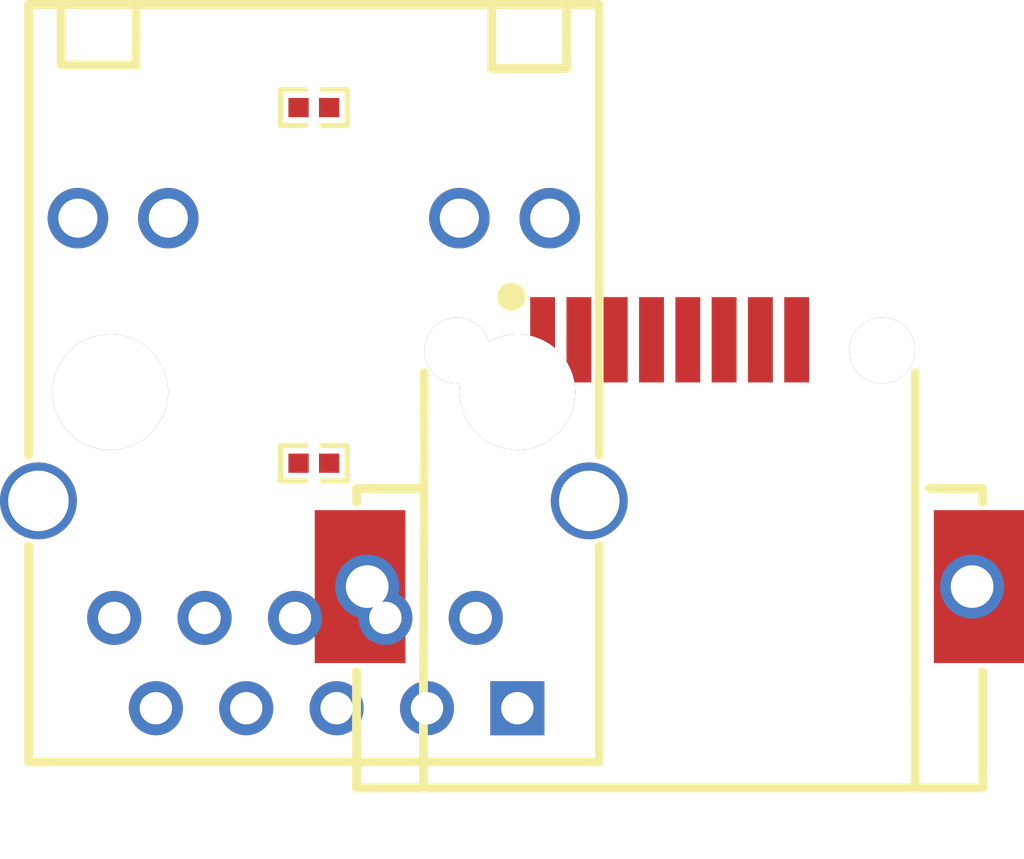
<source format=kicad_pcb>
(kicad_pcb (version 20241229) (generator "atopile") (generator_version "0.12.0")
  (layers (0 "F.Cu" signal) (31 "B.Cu" signal) (34 "B.Paste" user) (35 "F.Paste" user) (36 "B.SilkS" user "B.Silkscreen") (37 "F.SilkS" user "F.Silkscreen") (38 "B.Mask" user) (39 "F.Mask" user) (44 "Edge.Cuts" user))
  (net 0 "")
  (net 1 "rj45_horizontal-ethernet-ETH_P2_P")
  (net 2 "rj45_vertical-ethernet-ETH_P0_P")
  (net 3 "rj45_vertical-ethernet-ETH_P3_N")
  (net 4 "rj45_vertical-ethernet-ETH_P2_P")
  (net 5 "P1")
  (net 6 "rj45_horizontal-ethernet-ETH_P1_N")
  (net 7 "rj45_horizontal-ethernet-ETH_P1_P")
  (net 8 "rj45_vertical-ethernet-ETH_P0_N")
  (net 9 "rj45_vertical-ethernet-ETH_P1_N")
  (net 10 "rj45_horizontal-ethernet-ETH_P3_N")
  (net 11 "rj45_horizontal-ethernet-ETH_P0_P")
  (net 13 "rj45_vertical-ethernet-ETH_P1_P")
  (net 14 "rj45_horizontal-ethernet-ETH_P2_N")
  (net 16 "rj45_horizontal-ethernet-ETH_P3_P")
  (net 17 "footprint-net-0")
  (net 19 "footprint-net-1")
  (net 20 "rj45_horizontal-ethernet-ETH_P0_N")
  (net 21 "rj45_vertical-ethernet-ETH_P2_N")
  (net 22 "rj45_vertical-ethernet-ETH_P3_P")
  (net 24 "P10")
  (net 26 "GND")
  (net 12 "ETH_LED_LINK")
  (net 18 "_14")
  (net 25 "_11")
  (net 27 "ETH_LED_SPEED")
  (footprint "HANRUN_HR911130A:RJ45-TH_HR911130A" (layer "F.Cu") (at 0 0 0)
    (property "Reference" "RJ1" (hide yes))
    (property "Value" "")
    (fp_line (start -8.02 -0.23) (end -8.02 -12.88) (stroke (width 0.25)) (layer "F.SilkS"))
    (fp_line (start 8.02 2.33) (end 8.02 8.4) (stroke (width 0.25)) (layer "F.SilkS"))
    (fp_line (start 8.02 8.4) (end -8.02 8.4) (stroke (width 0.25)) (layer "F.SilkS"))
    (fp_line (start -8.02 8.4) (end -8.02 2.33) (stroke (width 0.25)) (layer "F.SilkS"))
    (fp_line (start -8.02 -12.9) (end 8.02 -12.9) (stroke (width 0.25)) (layer "F.SilkS"))
    (fp_line (start 8.02 -12.9) (end 8.02 -0.23) (stroke (width 0.25)) (layer "F.SilkS"))
    (fp_line (start -7.1 -12.8) (end -7.1 -11.2) (stroke (width 0.25)) (layer "F.SilkS"))
    (fp_line (start -7.1 -11.2) (end -5 -11.2) (stroke (width 0.25)) (layer "F.SilkS"))
    (fp_line (start -5 -11.2) (end -5 -12) (stroke (width 0.25)) (layer "F.SilkS"))
    (fp_line (start -5 -12) (end -5 -12.8) (stroke (width 0.25)) (layer "F.SilkS"))
    (fp_line (start 5 -12.7) (end 5 -11.1) (stroke (width 0.25)) (layer "F.SilkS"))
    (fp_line (start 5 -11.1) (end 7.1 -11.1) (stroke (width 0.25)) (layer "F.SilkS"))
    (fp_line (start 7.1 -11.1) (end 7.1 -11.9) (stroke (width 0.25)) (layer "F.SilkS"))
    (fp_line (start 7.1 -11.9) (end 7.1 -12.7) (stroke (width 0.25)) (layer "F.SilkS"))
    (pad "P1" thru_hole rect (at 5.72 6.89 180) (size 1.52 1.52) (drill 0.9099804) (layers "*.Cu" "*.Mask") (net 5 "P1"))
    (pad "P2" thru_hole circle (at 4.55 4.35 180) (size 1.52 1.52) (drill 0.9099804) (layers "*.Cu" "*.Mask") (net 11 "rj45_horizontal-ethernet-ETH_P0_P"))
    (pad "P3" thru_hole circle (at 3.18 6.89 180) (size 1.52 1.52) (drill 0.9099804) (layers "*.Cu" "*.Mask") (net 20 "rj45_horizontal-ethernet-ETH_P0_N"))
    (pad "P4" thru_hole circle (at 2.01 4.35 180) (size 1.52 1.52) (drill 0.9099804) (layers "*.Cu" "*.Mask") (net 7 "rj45_horizontal-ethernet-ETH_P1_P"))
    (pad "P5" thru_hole circle (at 0.64 6.89 180) (size 1.52 1.52) (drill 0.9099804) (layers "*.Cu" "*.Mask") (net 1 "rj45_horizontal-ethernet-ETH_P2_P"))
    (pad "P6" thru_hole circle (at -0.53 4.35 180) (size 1.52 1.52) (drill 0.9099804) (layers "*.Cu" "*.Mask") (net 14 "rj45_horizontal-ethernet-ETH_P2_N"))
    (pad "P7" thru_hole circle (at -1.9 6.89 180) (size 1.52 1.52) (drill 0.9099804) (layers "*.Cu" "*.Mask") (net 6 "rj45_horizontal-ethernet-ETH_P1_N"))
    (pad "P8" thru_hole circle (at -3.07 4.35 180) (size 1.52 1.52) (drill 0.9099804) (layers "*.Cu" "*.Mask") (net 16 "rj45_horizontal-ethernet-ETH_P3_P"))
    (pad "SHIELD1" thru_hole circle (at 7.74 1.06 180) (size 2.16 2.16) (drill 1.7000219999999997) (layers "*.Cu" "*.Mask") (net 26 "GND"))
    (pad "SHIELD0" thru_hole circle (at -7.74 1.06 180) (size 2.16 2.16) (drill 1.7000219999999997) (layers "*.Cu" "*.Mask") (net 26 "GND"))
    (pad "14" thru_hole circle (at -6.63 -6.89 180) (size 1.7 1.7) (drill 1.1000231999999999) (layers "*.Cu" "*.Mask") (net 18 "_14"))
    (pad "13" thru_hole circle (at -4.09 -6.89 180) (size 1.7 1.7) (drill 1.1000231999999999) (layers "*.Cu" "*.Mask") (net 26 "GND"))
    (pad "11" thru_hole circle (at 6.63 -6.89 180) (size 1.7 1.7) (drill 1.1000231999999999) (layers "*.Cu" "*.Mask") (net 25 "_11"))
    (pad "12" thru_hole circle (at 4.09 -6.89 180) (size 1.7 1.7) (drill 1.1000231999999999) (layers "*.Cu" "*.Mask") (net 26 "GND"))
    (pad "P9" thru_hole circle (at -4.44 6.89 180) (size 1.52 1.52) (drill 0.9099804) (layers "*.Cu" "*.Mask") (net 10 "rj45_horizontal-ethernet-ETH_P3_N"))
    (pad "P10" thru_hole circle (at -5.61 4.35 180) (size 1.52 1.52) (drill 0.9099804) (layers "*.Cu" "*.Mask") (net 24 "P10"))
    (pad "" thru_hole circle (at -5.72 -2 0) (size 3.25 3.25) (drill 3.25) (layers "*.Cu" "*.Mask") (net 17 "footprint-net-0"))
    (pad "" thru_hole circle (at 5.72 -2 0) (size 3.25 3.25) (drill 3.25) (layers "*.Cu" "*.Mask") (net 17 "footprint-net-0"))
  )
  (footprint "HCTL_HC_RJ45_055_7:RJ45-SMD_HC-RJ45-055-7_1" (layer "F.Cu") (at 10 0 0)
    (property "Reference" "U1" (hide yes))
    (property "Value" "")
    (fp_line (start -8.8 8.46) (end -8.8 5.86) (stroke (width 0.25)) (layer "F.SilkS"))
    (fp_line (start -8.4 9.13) (end -8.8 9.13) (stroke (width 0.25)) (layer "F.SilkS"))
    (fp_line (start -8.8 0.71) (end -8.25 0.71) (stroke (width 0.25)) (layer "F.SilkS"))
    (fp_line (start 8.8 9.13) (end 6.9 9.13) (stroke (width 0.25)) (layer "F.SilkS"))
    (fp_line (start 8.8 8.74) (end 8.8 9.13) (stroke (width 0.25)) (layer "F.SilkS"))
    (fp_line (start -8.8 1.1) (end -8.8 0.71) (stroke (width 0.25)) (layer "F.SilkS"))
    (fp_line (start -8.4 0.71) (end -6.91 0.71) (stroke (width 0.25)) (layer "F.SilkS"))
    (fp_line (start 8.8 1.1) (end 8.8 0.71) (stroke (width 0.25)) (layer "F.SilkS"))
    (fp_line (start 8.8 8.74) (end 8.8 5.86) (stroke (width 0.25)) (layer "F.SilkS"))
    (fp_line (start 6.9 6.68) (end 6.9 9.13) (stroke (width 0.25)) (layer "F.SilkS"))
    (fp_line (start -6.92 6.7) (end -6.92 9.13) (stroke (width 0.25)) (layer "F.SilkS"))
    (fp_line (start 6.9 -2.55) (end 6.9 6.68) (stroke (width 0.25)) (layer "F.SilkS"))
    (fp_line (start -6.9 -2.55) (end -6.92 6.7) (stroke (width 0.25)) (layer "F.SilkS"))
    (fp_line (start -8.4 9.13) (end -6.9 9.13) (stroke (width 0.25)) (layer "F.SilkS"))
    (fp_line (start 7.3 0.71) (end 8.8 0.71) (stroke (width 0.25)) (layer "F.SilkS"))
    (fp_line (start -6.9 9.13) (end 6.9 9.13) (stroke (width 0.25)) (layer "F.SilkS"))
    (fp_line (start -8.8 8.46) (end -8.8 9.13) (stroke (width 0.25)) (layer "F.SilkS"))
    (fp_circle (center -4.45 -4.68) (end -4.25 -4.68) (stroke (width 0.4)) (fill no) (layer "F.SilkS"))
    (pad "10" smd rect (at -8.7 3.47 0) (size 2.55 4.3) (layers "F.Cu" "F.Paste" "F.Mask") (net 26 "GND"))
    (pad "9" smd rect (at 8.7 3.47 0) (size 2.55 4.3) (layers "F.Cu" "F.Paste" "F.Mask") (net 26 "GND"))
    (pad "8" smd rect (at 3.57 -3.47 0) (size 0.7 2.4) (layers "F.Cu" "F.Paste" "F.Mask") (net 3 "rj45_vertical-ethernet-ETH_P3_N"))
    (pad "7" smd rect (at 2.55 -3.47 0) (size 0.7 2.4) (layers "F.Cu" "F.Paste" "F.Mask") (net 22 "rj45_vertical-ethernet-ETH_P3_P"))
    (pad "6" smd rect (at 1.53 -3.47 0) (size 0.7 2.4) (layers "F.Cu" "F.Paste" "F.Mask") (net 9 "rj45_vertical-ethernet-ETH_P1_N"))
    (pad "5" smd rect (at 0.51 -3.47 0) (size 0.7 2.4) (layers "F.Cu" "F.Paste" "F.Mask") (net 21 "rj45_vertical-ethernet-ETH_P2_N"))
    (pad "4" smd rect (at -0.51 -3.47 0) (size 0.7 2.4) (layers "F.Cu" "F.Paste" "F.Mask") (net 4 "rj45_vertical-ethernet-ETH_P2_P"))
    (pad "3" smd rect (at -1.53 -3.47 0) (size 0.7 2.4) (layers "F.Cu" "F.Paste" "F.Mask") (net 13 "rj45_vertical-ethernet-ETH_P1_P"))
    (pad "2" smd rect (at -2.55 -3.47 0) (size 0.7 2.4) (layers "F.Cu" "F.Paste" "F.Mask") (net 8 "rj45_vertical-ethernet-ETH_P0_N"))
    (pad "1" smd rect (at -3.57 -3.47 0) (size 0.7 2.4) (layers "F.Cu" "F.Paste" "F.Mask") (net 2 "rj45_vertical-ethernet-ETH_P0_P"))
    (pad "9" thru_hole circle (at 8.5 3.47 0) (size 1.8 1.8) (drill 1.1999975999999999) (layers "*.Cu" "*.Mask") (net 26 "GND"))
    (pad "10" thru_hole circle (at -8.5 3.47 0) (size 1.8 1.8) (drill 1.1999975999999999) (layers "*.Cu" "*.Mask") (net 26 "GND"))
    (pad "" thru_hole circle (at -5.97 -3.17 0) (size 1.85 1.85) (drill 1.85) (layers "*.Cu" "*.Mask") (net 19 "footprint-net-1"))
    (pad "" thru_hole circle (at 5.97 -3.17 0) (size 1.85 1.85) (drill 1.85) (layers "*.Cu" "*.Mask") (net 19 "footprint-net-1"))
  )
  (footprint "UNI_ROYAL_0402WGF4700TCE:R0402" (layer "F.Cu") (at 0 0 0)
    (property "Reference" "R1" (hide yes))
    (property "Value" "470Ω ±1% 62.5mW")
    (fp_line (start -0.23 0.5) (end -0.94 0.5) (stroke (width 0.15)) (layer "F.SilkS"))
    (fp_line (start -0.94 0.5) (end -0.94 -0.5) (stroke (width 0.15)) (layer "F.SilkS"))
    (fp_line (start -0.94 -0.5) (end -0.23 -0.5) (stroke (width 0.15)) (layer "F.SilkS"))
    (fp_line (start 0.23 0.5) (end 0.94 0.5) (stroke (width 0.15)) (layer "F.SilkS"))
    (fp_line (start 0.94 0.5) (end 0.94 -0.5) (stroke (width 0.15)) (layer "F.SilkS"))
    (fp_line (start 0.94 -0.5) (end 0.23 -0.5) (stroke (width 0.15)) (layer "F.SilkS"))
    (pad "2" smd rect (at 0.43 0 0) (size 0.57 0.54) (layers "F.Cu" "F.Paste" "F.Mask") (net 18 "_14"))
    (pad "1" smd rect (at -0.43 0 0) (size 0.57 0.54) (layers "F.Cu" "F.Paste" "F.Mask") (net 27 "ETH_LED_SPEED"))
  )
  (footprint "UNI_ROYAL_0402WGF4700TCE:R0402" (layer "F.Cu") (at 0 -10 0)
    (property "Reference" "R2" (hide yes))
    (property "Value" "470Ω ±1% 62.5mW")
    (fp_line (start -0.23 0.5) (end -0.94 0.5) (stroke (width 0.15)) (layer "F.SilkS"))
    (fp_line (start -0.94 0.5) (end -0.94 -0.5) (stroke (width 0.15)) (layer "F.SilkS"))
    (fp_line (start -0.94 -0.5) (end -0.23 -0.5) (stroke (width 0.15)) (layer "F.SilkS"))
    (fp_line (start 0.23 0.5) (end 0.94 0.5) (stroke (width 0.15)) (layer "F.SilkS"))
    (fp_line (start 0.94 0.5) (end 0.94 -0.5) (stroke (width 0.15)) (layer "F.SilkS"))
    (fp_line (start 0.94 -0.5) (end 0.23 -0.5) (stroke (width 0.15)) (layer "F.SilkS"))
    (pad "2" smd rect (at 0.43 0 0) (size 0.57 0.54) (layers "F.Cu" "F.Paste" "F.Mask") (net 25 "_11"))
    (pad "1" smd rect (at -0.43 0 0) (size 0.57 0.54) (layers "F.Cu" "F.Paste" "F.Mask") (net 12 "ETH_LED_LINK"))
  )
)
</source>
